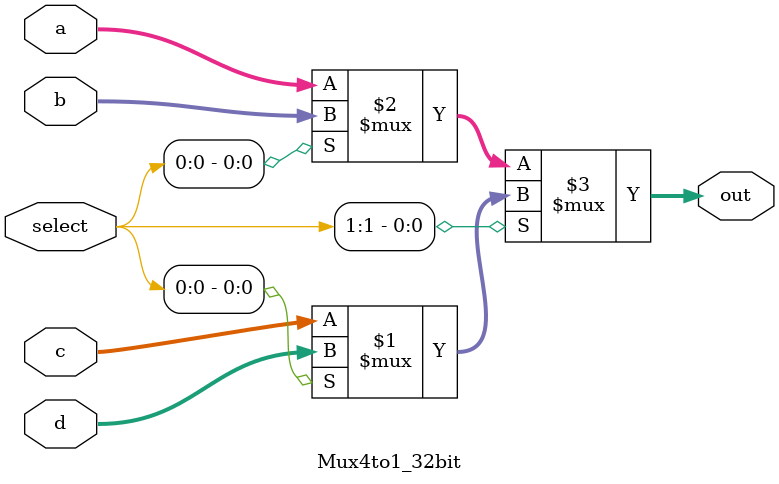
<source format=sv>
module Mux2to1_5bit(input[4:0] a, b,input select, output[4:0] out);
	assign out = select ? b : a;
endmodule

module Mux2to1_10bit(input [9:0] a, b, input select, output[9:0] out);
	assign out = select ? b : a;
endmodule

module Mux2to1_32bit(input [31:0] a, b, input select, output[31:0] out);
	assign out = select ? b : a;
endmodule

module Mux3to1_32bit(input [31:0] a, b, c, input[1:0] select, output[31:0] out);
	assign out = select[1] ? c : (select[0] ? b : a);
endmodule

module Mux4to1_32bit(input[31:0] a, b, c, d, input[1:0] select, output[31:0] out);
	assign out = select[1] ? (select[0] ? d : c) : (select[0] ? b : a);
endmodule
</source>
